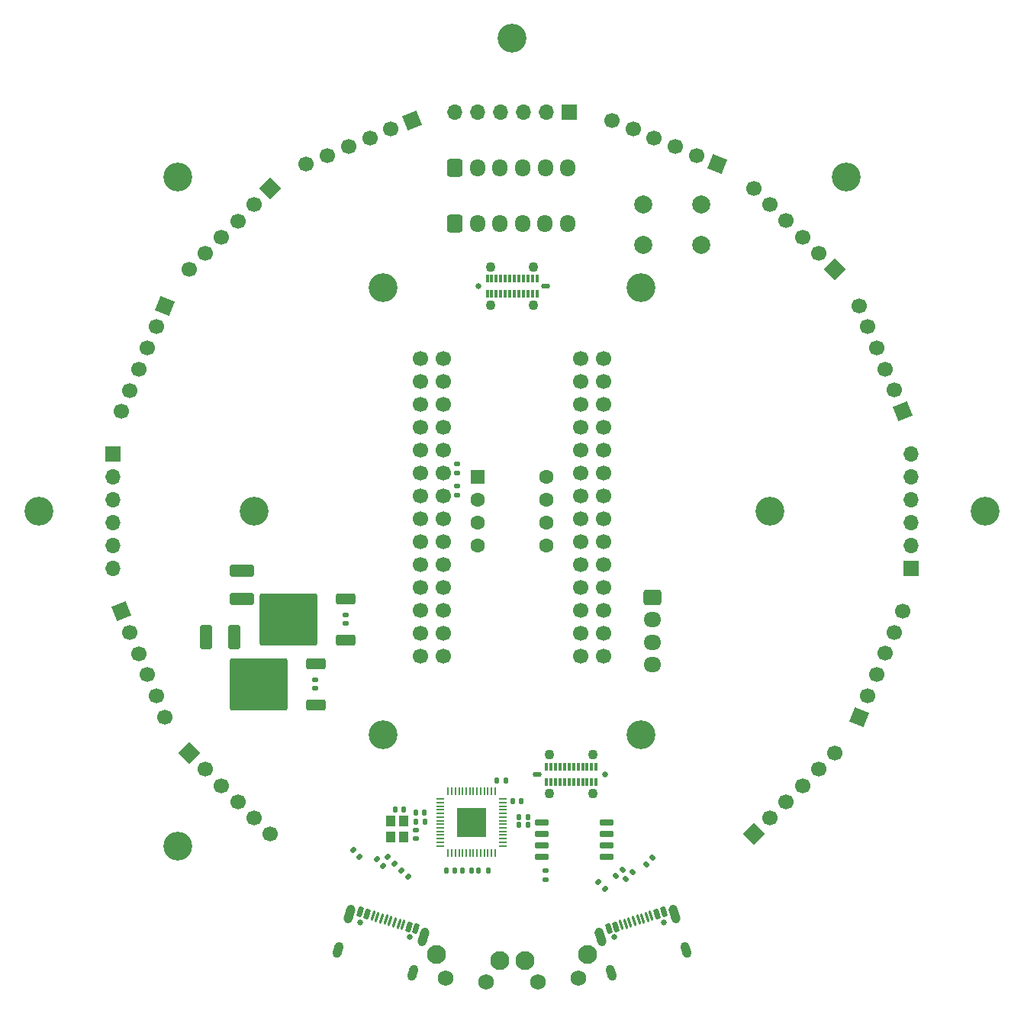
<source format=gbr>
%TF.GenerationSoftware,KiCad,Pcbnew,7.0.11*%
%TF.CreationDate,2025-01-20T01:56:26+09:00*%
%TF.ProjectId,Main,4d61696e-2e6b-4696-9361-645f70636258,rev?*%
%TF.SameCoordinates,Original*%
%TF.FileFunction,Soldermask,Bot*%
%TF.FilePolarity,Negative*%
%FSLAX46Y46*%
G04 Gerber Fmt 4.6, Leading zero omitted, Abs format (unit mm)*
G04 Created by KiCad (PCBNEW 7.0.11) date 2025-01-20 01:56:26*
%MOMM*%
%LPD*%
G01*
G04 APERTURE LIST*
G04 Aperture macros list*
%AMRoundRect*
0 Rectangle with rounded corners*
0 $1 Rounding radius*
0 $2 $3 $4 $5 $6 $7 $8 $9 X,Y pos of 4 corners*
0 Add a 4 corners polygon primitive as box body*
4,1,4,$2,$3,$4,$5,$6,$7,$8,$9,$2,$3,0*
0 Add four circle primitives for the rounded corners*
1,1,$1+$1,$2,$3*
1,1,$1+$1,$4,$5*
1,1,$1+$1,$6,$7*
1,1,$1+$1,$8,$9*
0 Add four rect primitives between the rounded corners*
20,1,$1+$1,$2,$3,$4,$5,0*
20,1,$1+$1,$4,$5,$6,$7,0*
20,1,$1+$1,$6,$7,$8,$9,0*
20,1,$1+$1,$8,$9,$2,$3,0*%
%AMHorizOval*
0 Thick line with rounded ends*
0 $1 width*
0 $2 $3 position (X,Y) of the first rounded end (center of the circle)*
0 $4 $5 position (X,Y) of the second rounded end (center of the circle)*
0 Add line between two ends*
20,1,$1,$2,$3,$4,$5,0*
0 Add two circle primitives to create the rounded ends*
1,1,$1,$2,$3*
1,1,$1,$4,$5*%
%AMRotRect*
0 Rectangle, with rotation*
0 The origin of the aperture is its center*
0 $1 length*
0 $2 width*
0 $3 Rotation angle, in degrees counterclockwise*
0 Add horizontal line*
21,1,$1,$2,0,0,$3*%
G04 Aperture macros list end*
%ADD10C,3.200000*%
%ADD11C,2.000000*%
%ADD12RoundRect,0.250000X-0.725000X0.600000X-0.725000X-0.600000X0.725000X-0.600000X0.725000X0.600000X0*%
%ADD13O,1.950000X1.700000*%
%ADD14R,1.600000X1.600000*%
%ADD15C,1.600000*%
%ADD16C,1.700000*%
%ADD17RoundRect,0.135000X0.185000X-0.135000X0.185000X0.135000X-0.185000X0.135000X-0.185000X-0.135000X0*%
%ADD18RoundRect,0.140000X0.140000X0.170000X-0.140000X0.170000X-0.140000X-0.170000X0.140000X-0.170000X0*%
%ADD19RotRect,1.700000X1.700000X135.000000*%
%ADD20HorizOval,1.700000X0.000000X0.000000X0.000000X0.000000X0*%
%ADD21RoundRect,0.140000X-0.140000X-0.170000X0.140000X-0.170000X0.140000X0.170000X-0.140000X0.170000X0*%
%ADD22RoundRect,0.135000X0.035355X-0.226274X0.226274X-0.035355X-0.035355X0.226274X-0.226274X0.035355X0*%
%ADD23R,1.700000X1.700000*%
%ADD24O,1.700000X1.700000*%
%ADD25RoundRect,0.135000X0.226274X0.035355X0.035355X0.226274X-0.226274X-0.035355X-0.035355X-0.226274X0*%
%ADD26RotRect,1.700000X1.700000X315.000000*%
%ADD27HorizOval,1.700000X0.000000X0.000000X0.000000X0.000000X0*%
%ADD28RoundRect,0.135000X-0.135000X-0.185000X0.135000X-0.185000X0.135000X0.185000X-0.135000X0.185000X0*%
%ADD29RoundRect,0.050000X0.050000X-0.387500X0.050000X0.387500X-0.050000X0.387500X-0.050000X-0.387500X0*%
%ADD30RoundRect,0.050000X0.387500X-0.050000X0.387500X0.050000X-0.387500X0.050000X-0.387500X-0.050000X0*%
%ADD31R,3.200000X3.200000*%
%ADD32C,0.650000*%
%ADD33RoundRect,0.150000X0.020170X0.450242X-0.266912X0.363157X-0.020170X-0.450242X0.266912X-0.363157X0*%
%ADD34RoundRect,0.075000X-0.073372X0.500242X-0.216913X0.456699X0.073372X-0.500242X0.216913X-0.456699X0*%
%ADD35HorizOval,1.000000X-0.116114X0.382776X0.116114X-0.382776X0*%
%ADD36HorizOval,1.000000X-0.159657X0.526317X0.159657X-0.526317X0*%
%ADD37C,2.100000*%
%ADD38C,1.750000*%
%ADD39R,1.000000X1.150000*%
%ADD40RoundRect,0.140000X-0.170000X0.140000X-0.170000X-0.140000X0.170000X-0.140000X0.170000X0.140000X0*%
%ADD41RoundRect,0.135000X0.135000X0.185000X-0.135000X0.185000X-0.135000X-0.185000X0.135000X-0.185000X0*%
%ADD42RotRect,1.700000X1.700000X337.500000*%
%ADD43HorizOval,1.700000X0.000000X0.000000X0.000000X0.000000X0*%
%ADD44RoundRect,0.250000X-0.600000X-0.725000X0.600000X-0.725000X0.600000X0.725000X-0.600000X0.725000X0*%
%ADD45O,1.700000X1.950000*%
%ADD46RotRect,1.700000X1.700000X157.500000*%
%ADD47HorizOval,1.700000X0.000000X0.000000X0.000000X0.000000X0*%
%ADD48C,0.660000*%
%ADD49O,1.000000X0.580000*%
%ADD50R,0.300000X0.850000*%
%ADD51C,1.100000*%
%ADD52RoundRect,0.250000X0.850000X0.350000X-0.850000X0.350000X-0.850000X-0.350000X0.850000X-0.350000X0*%
%ADD53RoundRect,0.249997X2.950003X2.650003X-2.950003X2.650003X-2.950003X-2.650003X2.950003X-2.650003X0*%
%ADD54RoundRect,0.150000X0.650000X0.150000X-0.650000X0.150000X-0.650000X-0.150000X0.650000X-0.150000X0*%
%ADD55RoundRect,0.150000X0.266912X0.363157X-0.020170X0.450242X-0.266912X-0.363157X0.020170X-0.450242X0*%
%ADD56RoundRect,0.075000X0.216913X0.456699X0.073372X0.500242X-0.216913X-0.456699X-0.073372X-0.500242X0*%
%ADD57HorizOval,1.000000X0.116114X0.382776X-0.116114X-0.382776X0*%
%ADD58HorizOval,1.000000X0.159657X0.526317X-0.159657X-0.526317X0*%
%ADD59RotRect,1.700000X1.700000X225.000000*%
%ADD60HorizOval,1.700000X0.000000X0.000000X0.000000X0.000000X0*%
%ADD61RotRect,1.700000X1.700000X22.500000*%
%ADD62HorizOval,1.700000X0.000000X0.000000X0.000000X0.000000X0*%
%ADD63RoundRect,0.250000X1.100000X-0.412500X1.100000X0.412500X-1.100000X0.412500X-1.100000X-0.412500X0*%
%ADD64RotRect,1.700000X1.700000X112.500000*%
%ADD65HorizOval,1.700000X0.000000X0.000000X0.000000X0.000000X0*%
%ADD66RotRect,1.700000X1.700000X67.500000*%
%ADD67HorizOval,1.700000X0.000000X0.000000X0.000000X0.000000X0*%
%ADD68RotRect,1.700000X1.700000X202.500000*%
%ADD69HorizOval,1.700000X0.000000X0.000000X0.000000X0.000000X0*%
%ADD70RotRect,1.700000X1.700000X45.000000*%
%ADD71HorizOval,1.700000X0.000000X0.000000X0.000000X0.000000X0*%
%ADD72RoundRect,0.250000X0.412500X1.100000X-0.412500X1.100000X-0.412500X-1.100000X0.412500X-1.100000X0*%
G04 APERTURE END LIST*
D10*
%TO.C,REF\u002A\u002A*%
X189550000Y-64490000D03*
%TD*%
%TO.C,REF\u002A\u002A*%
X99920000Y-101600000D03*
%TD*%
D11*
%TO.C,SW3*%
X173460000Y-72020000D03*
X166960000Y-72020000D03*
X173460000Y-67520000D03*
X166960000Y-67520000D03*
%TD*%
D10*
%TO.C,REF\u002A\u002A*%
X115300000Y-64480000D03*
%TD*%
%TO.C,REF\u002A\u002A*%
X166760000Y-126410000D03*
%TD*%
%TO.C,REF\u002A\u002A*%
X204920000Y-101600000D03*
%TD*%
%TO.C,REF\u002A\u002A*%
X181080000Y-101590000D03*
%TD*%
D12*
%TO.C,J21*%
X167975000Y-111130000D03*
D13*
X167975000Y-113630000D03*
X167975000Y-116130000D03*
X167975000Y-118630000D03*
%TD*%
D10*
%TO.C,REF\u002A\u002A*%
X115310000Y-138720000D03*
%TD*%
%TO.C,REF\u002A\u002A*%
X138090000Y-76790000D03*
%TD*%
%TO.C,REF\u002A\u002A*%
X138100000Y-126400000D03*
%TD*%
%TO.C,REF\u002A\u002A*%
X166750000Y-76780000D03*
%TD*%
%TO.C,REF\u002A\u002A*%
X152420000Y-49100000D03*
%TD*%
D14*
%TO.C,U6*%
X148595000Y-97790000D03*
D15*
X148595000Y-100330000D03*
X148595000Y-102870000D03*
X148595000Y-105410000D03*
X156215000Y-105410000D03*
X156215000Y-102870000D03*
X156215000Y-100330000D03*
X156215000Y-97790000D03*
%TD*%
D10*
%TO.C,REF\u002A\u002A*%
X123780000Y-101600000D03*
%TD*%
D16*
%TO.C,U5*%
X162560000Y-112570000D03*
X160020000Y-117650000D03*
X144780000Y-115110000D03*
X142240000Y-110030000D03*
X142240000Y-107490000D03*
X142240000Y-89710000D03*
X160020000Y-115110000D03*
X160020000Y-112570000D03*
X160020000Y-110030000D03*
X160020000Y-107490000D03*
X160020000Y-104950000D03*
X160020000Y-102410000D03*
X160020000Y-99870000D03*
X160020000Y-97330000D03*
X160020000Y-94790000D03*
X160020000Y-92250000D03*
X160020000Y-89710000D03*
X160020000Y-87170000D03*
X160020000Y-84630000D03*
X162560000Y-84630000D03*
X142240000Y-87170000D03*
X142240000Y-84630000D03*
X144780000Y-84630000D03*
X144780000Y-87170000D03*
X144780000Y-89710000D03*
X144780000Y-92250000D03*
X144780000Y-94790000D03*
X144780000Y-97330000D03*
X144780000Y-99870000D03*
X144780000Y-102410000D03*
X144780000Y-104950000D03*
X144780000Y-107490000D03*
X144780000Y-110030000D03*
X162560000Y-107490000D03*
X144780000Y-112570000D03*
X142240000Y-92250000D03*
X144780000Y-117650000D03*
X142240000Y-117650000D03*
X142240000Y-94790000D03*
X142240000Y-102410000D03*
X142240000Y-99870000D03*
X142240000Y-104950000D03*
X142240000Y-97330000D03*
X162560000Y-97330000D03*
X162560000Y-87170000D03*
X162560000Y-94790000D03*
X162560000Y-89710000D03*
X162560000Y-92250000D03*
X162560000Y-117650000D03*
X162560000Y-115110000D03*
X162560000Y-110030000D03*
X162560000Y-104950000D03*
X162560000Y-102410000D03*
X162560000Y-99870000D03*
X142240000Y-115110000D03*
X142240000Y-112570000D03*
%TD*%
D17*
%TO.C,R1*%
X156130000Y-142520000D03*
X156130000Y-141500000D03*
%TD*%
D18*
%TO.C,C10*%
X146108000Y-141480000D03*
X145148000Y-141480000D03*
%TD*%
D19*
%TO.C,J13*%
X125583433Y-65785280D03*
D20*
X123787382Y-67581331D03*
X121991331Y-69377382D03*
X120195279Y-71173434D03*
X118399228Y-72969485D03*
X116603177Y-74765536D03*
%TD*%
D21*
%TO.C,C2*%
X139440000Y-134720000D03*
X140400000Y-134720000D03*
%TD*%
D22*
%TO.C,R3*%
X167309376Y-140760624D03*
X168030624Y-140039376D03*
%TD*%
D23*
%TO.C,J2*%
X158770000Y-57295000D03*
D24*
X156230000Y-57295000D03*
X153690000Y-57295000D03*
X151150000Y-57295000D03*
X148610000Y-57295000D03*
X146070000Y-57295000D03*
%TD*%
D25*
%TO.C,R10*%
X135500624Y-139910624D03*
X134779376Y-139189376D03*
%TD*%
D26*
%TO.C,J11*%
X179267352Y-137414462D03*
D27*
X181063403Y-135618411D03*
X182859454Y-133822360D03*
X184655506Y-132026308D03*
X186451557Y-130230257D03*
X188247608Y-128434206D03*
%TD*%
D28*
%TO.C,R8*%
X148740000Y-141478000D03*
X149760000Y-141478000D03*
%TD*%
D25*
%TO.C,R9*%
X140870624Y-142170624D03*
X140149376Y-141449376D03*
%TD*%
D29*
%TO.C,U2*%
X150546500Y-139559500D03*
X150146500Y-139559500D03*
X149746500Y-139559500D03*
X149346500Y-139559500D03*
X148946500Y-139559500D03*
X148546500Y-139559500D03*
X148146500Y-139559500D03*
X147746500Y-139559500D03*
X147346500Y-139559500D03*
X146946500Y-139559500D03*
X146546500Y-139559500D03*
X146146500Y-139559500D03*
X145746500Y-139559500D03*
X145346500Y-139559500D03*
D30*
X144509000Y-138722000D03*
X144509000Y-138322000D03*
X144509000Y-137922000D03*
X144509000Y-137522000D03*
X144509000Y-137122000D03*
X144509000Y-136722000D03*
X144509000Y-136322000D03*
X144509000Y-135922000D03*
X144509000Y-135522000D03*
X144509000Y-135122000D03*
X144509000Y-134722000D03*
X144509000Y-134322000D03*
X144509000Y-133922000D03*
X144509000Y-133522000D03*
D29*
X145346500Y-132684500D03*
X145746500Y-132684500D03*
X146146500Y-132684500D03*
X146546500Y-132684500D03*
X146946500Y-132684500D03*
X147346500Y-132684500D03*
X147746500Y-132684500D03*
X148146500Y-132684500D03*
X148546500Y-132684500D03*
X148946500Y-132684500D03*
X149346500Y-132684500D03*
X149746500Y-132684500D03*
X150146500Y-132684500D03*
X150546500Y-132684500D03*
D30*
X151384000Y-133522000D03*
X151384000Y-133922000D03*
X151384000Y-134322000D03*
X151384000Y-134722000D03*
X151384000Y-135122000D03*
X151384000Y-135522000D03*
X151384000Y-135922000D03*
X151384000Y-136322000D03*
X151384000Y-136722000D03*
X151384000Y-137122000D03*
X151384000Y-137522000D03*
X151384000Y-137922000D03*
X151384000Y-138322000D03*
X151384000Y-138722000D03*
D31*
X147946500Y-136122000D03*
%TD*%
D32*
%TO.C,J1*%
X169278558Y-147185695D03*
X163747443Y-148863540D03*
D33*
X169263153Y-146066996D03*
X168497601Y-146299223D03*
D34*
X167397120Y-146633051D03*
X166440179Y-146923335D03*
X165961709Y-147068478D03*
X165004769Y-147358762D03*
D33*
X163904288Y-147692590D03*
X163138735Y-147924818D03*
X163138735Y-147924818D03*
X163904288Y-147692590D03*
D34*
X164526299Y-147503905D03*
X165483239Y-147213620D03*
X166918650Y-146778193D03*
X167875590Y-146487908D03*
D33*
X168497601Y-146299223D03*
X169263153Y-146066996D03*
D35*
X171715230Y-150292128D03*
D36*
X170501840Y-146292117D03*
D35*
X163447266Y-152800188D03*
D36*
X162233876Y-148800177D03*
%TD*%
D23*
%TO.C,J3*%
X196730264Y-107944480D03*
D24*
X196730264Y-105404480D03*
X196730264Y-102864480D03*
X196730264Y-100324480D03*
X196730264Y-97784480D03*
X196730264Y-95244480D03*
%TD*%
D21*
%TO.C,C11*%
X150770000Y-131490000D03*
X151730000Y-131490000D03*
%TD*%
D37*
%TO.C,SW1*%
X144073727Y-150785737D03*
X151049972Y-151472837D03*
D38*
X145073645Y-153386268D03*
X149551976Y-153827345D03*
%TD*%
D39*
%TO.C,Y1*%
X140390000Y-135985000D03*
X140390000Y-137735000D03*
X138990000Y-137735000D03*
X138990000Y-135985000D03*
%TD*%
D40*
%TO.C,C5*%
X133930000Y-113110000D03*
X133930000Y-114070000D03*
%TD*%
D25*
%TO.C,R11*%
X139380624Y-140700624D03*
X138659376Y-139979376D03*
%TD*%
D40*
%TO.C,C6*%
X130620000Y-120300000D03*
X130620000Y-121260000D03*
%TD*%
D41*
%TO.C,R2*%
X142750000Y-136040000D03*
X141730000Y-136040000D03*
%TD*%
D25*
%TO.C,R4*%
X162730000Y-143470000D03*
X162008752Y-142748752D03*
%TD*%
D42*
%TO.C,J7*%
X190929780Y-124416266D03*
D43*
X191901796Y-122069612D03*
X192873812Y-119722958D03*
X193845828Y-117376304D03*
X194817844Y-115029650D03*
X195789860Y-112682996D03*
%TD*%
D21*
%TO.C,C12*%
X152520000Y-133720000D03*
X153480000Y-133720000D03*
%TD*%
D44*
%TO.C,J23*%
X146110000Y-63470000D03*
D45*
X148610000Y-63470000D03*
X151110000Y-63470000D03*
X153610000Y-63470000D03*
X156110000Y-63470000D03*
X158610000Y-63470000D03*
%TD*%
D22*
%TO.C,R5*%
X165079376Y-142380624D03*
X165800624Y-141659376D03*
%TD*%
D21*
%TO.C,C8*%
X153220000Y-136360000D03*
X154180000Y-136360000D03*
%TD*%
D46*
%TO.C,J9*%
X113921005Y-78783477D03*
D47*
X112948989Y-81130131D03*
X111976973Y-83476785D03*
X111004957Y-85823439D03*
X110032941Y-88170093D03*
X109060925Y-90516747D03*
%TD*%
D48*
%TO.C,J19*%
X162760000Y-130785000D03*
D49*
X155260000Y-130785000D03*
D50*
X161760000Y-129950000D03*
X161260000Y-129950000D03*
X160760000Y-129950000D03*
X160260000Y-129950000D03*
X159760000Y-129950000D03*
X159260000Y-129950000D03*
X158760000Y-129950000D03*
X158260000Y-129950000D03*
X157760000Y-129950000D03*
X157260000Y-129950000D03*
X156760000Y-129950000D03*
X156260000Y-129950000D03*
X156260000Y-131620000D03*
X156760000Y-131620000D03*
X157260000Y-131620000D03*
X157760000Y-131620000D03*
X158260000Y-131620000D03*
X158760000Y-131620000D03*
X159260000Y-131620000D03*
X159760000Y-131620000D03*
X160260000Y-131620000D03*
X160760000Y-131620000D03*
X161260000Y-131620000D03*
X161760000Y-131620000D03*
D51*
X161410000Y-132935000D03*
X161410000Y-128635000D03*
X156610000Y-132935000D03*
X156610000Y-128635000D03*
%TD*%
D52*
%TO.C,U3*%
X133930000Y-115922500D03*
X133930000Y-111362500D03*
D53*
X127630000Y-113642500D03*
%TD*%
D18*
%TO.C,C7*%
X142720000Y-135020000D03*
X141760000Y-135020000D03*
%TD*%
D17*
%TO.C,R14*%
X146350000Y-99850000D03*
X146350000Y-98830000D03*
%TD*%
D54*
%TO.C,U1*%
X162960500Y-136113500D03*
X162960500Y-137383500D03*
X162960500Y-138653500D03*
X162960500Y-139923500D03*
X155760500Y-139923500D03*
X155760500Y-138653500D03*
X155760500Y-137383500D03*
X155760500Y-136113500D03*
%TD*%
D52*
%TO.C,U4*%
X130625000Y-123105000D03*
X130625000Y-118545000D03*
D53*
X124325000Y-120825000D03*
%TD*%
D40*
%TO.C,C1*%
X141770000Y-136940000D03*
X141770000Y-137900000D03*
%TD*%
D32*
%TO.C,J20*%
X141112161Y-148866215D03*
X135581046Y-147188370D03*
D55*
X141720869Y-147927493D03*
X140955316Y-147695265D03*
D56*
X139854835Y-147361437D03*
X138897895Y-147071153D03*
X138419425Y-146926010D03*
X137462484Y-146635726D03*
D55*
X136362003Y-146301898D03*
X135596451Y-146069671D03*
X135596451Y-146069671D03*
X136362003Y-146301898D03*
D56*
X136984014Y-146490583D03*
X137940954Y-146780868D03*
X139376365Y-147216295D03*
X140333305Y-147506580D03*
D55*
X140955316Y-147695265D03*
X141720869Y-147927493D03*
D57*
X141412338Y-152802863D03*
D58*
X142625728Y-148802852D03*
D57*
X133144374Y-150294803D03*
D58*
X134357764Y-146294792D03*
%TD*%
D59*
%TO.C,J12*%
X116610802Y-128441831D03*
D60*
X118406853Y-130237882D03*
X120202904Y-132033933D03*
X121998956Y-133829985D03*
X123795007Y-135626036D03*
X125591058Y-137422087D03*
%TD*%
D41*
%TO.C,R7*%
X147970000Y-141478000D03*
X146950000Y-141478000D03*
%TD*%
D22*
%TO.C,R6*%
X163977376Y-142092624D03*
X164698624Y-141371376D03*
%TD*%
D23*
%TO.C,J5*%
X108120521Y-95255263D03*
D24*
X108120521Y-97795263D03*
X108120521Y-100335263D03*
X108120521Y-102875263D03*
X108120521Y-105415263D03*
X108120521Y-107955263D03*
%TD*%
D61*
%TO.C,J15*%
X195785733Y-90506785D03*
D62*
X194813717Y-88160131D03*
X193841701Y-85813477D03*
X192869685Y-83466823D03*
X191897669Y-81120169D03*
X190925653Y-78773515D03*
%TD*%
D63*
%TO.C,C4*%
X122450000Y-111332500D03*
X122450000Y-108207500D03*
%TD*%
D64*
%TO.C,J18*%
X141332307Y-58239530D03*
D65*
X138985653Y-59211546D03*
X136638999Y-60183562D03*
X134292345Y-61155578D03*
X131945691Y-62127594D03*
X129599037Y-63099610D03*
%TD*%
D66*
%TO.C,J6*%
X175241786Y-63095484D03*
D67*
X172895132Y-62123468D03*
X170548478Y-61151452D03*
X168201824Y-60179436D03*
X165855170Y-59207420D03*
X163508516Y-58235404D03*
%TD*%
D68*
%TO.C,J17*%
X109065052Y-112692958D03*
D69*
X110037068Y-115039612D03*
X111009084Y-117386266D03*
X111981100Y-119732920D03*
X112953116Y-122079574D03*
X113925132Y-124426228D03*
%TD*%
D17*
%TO.C,R13*%
X146350000Y-97340000D03*
X146350000Y-96320000D03*
%TD*%
D25*
%TO.C,R12*%
X138120624Y-140950624D03*
X137399376Y-140229376D03*
%TD*%
D37*
%TO.C,SW2*%
X153829887Y-151469973D03*
X160806132Y-150782873D03*
D38*
X155317931Y-153825462D03*
X159796262Y-153384385D03*
%TD*%
D21*
%TO.C,C9*%
X153220000Y-135530000D03*
X154180000Y-135530000D03*
%TD*%
D48*
%TO.C,J14*%
X148680000Y-76610000D03*
D49*
X156180000Y-76610000D03*
D50*
X149680000Y-77445000D03*
X150180000Y-77445000D03*
X150680000Y-77445000D03*
X151180000Y-77445000D03*
X151680000Y-77445000D03*
X152180000Y-77445000D03*
X152680000Y-77445000D03*
X153180000Y-77445000D03*
X153680000Y-77445000D03*
X154180000Y-77445000D03*
X154680000Y-77445000D03*
X155180000Y-77445000D03*
X155180000Y-75775000D03*
X154680000Y-75775000D03*
X154180000Y-75775000D03*
X153680000Y-75775000D03*
X153180000Y-75775000D03*
X152680000Y-75775000D03*
X152180000Y-75775000D03*
X151680000Y-75775000D03*
X151180000Y-75775000D03*
X150680000Y-75775000D03*
X150180000Y-75775000D03*
X149680000Y-75775000D03*
D51*
X150030000Y-74460000D03*
X150030000Y-78760000D03*
X154830000Y-74460000D03*
X154830000Y-78760000D03*
%TD*%
D70*
%TO.C,J10*%
X188239983Y-74757912D03*
D71*
X186443932Y-72961861D03*
X184647881Y-71165810D03*
X182851829Y-69369758D03*
X181055778Y-67573707D03*
X179259727Y-65777656D03*
%TD*%
D44*
%TO.C,J22*%
X146100000Y-69660000D03*
D45*
X148600000Y-69660000D03*
X151100000Y-69660000D03*
X153600000Y-69660000D03*
X156100000Y-69660000D03*
X158600000Y-69660000D03*
%TD*%
D72*
%TO.C,C3*%
X121612500Y-115540000D03*
X118487500Y-115540000D03*
%TD*%
M02*

</source>
